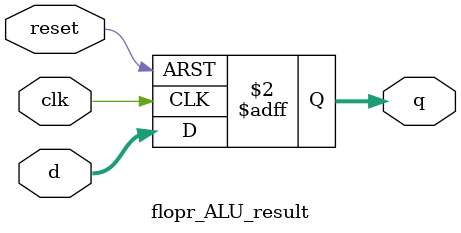
<source format=sv>
 module flopr_ALU_result #(parameter WIDTH = 8)
                        (input    logic                     clk, reset,
                         input    logic [WIDTH-1:0] d,
                         output logic [WIDTH-1:0] q);
    always_ff @(posedge clk, posedge reset)
                       if (reset) q <= 0;
                       else           q <= d;
endmodule
</source>
